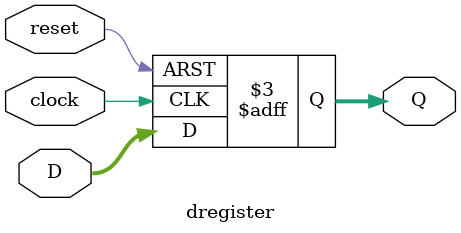
<source format=v>
module dregister (D, clock, reset, Q);
	input [2:0] D;
	input clock, reset;
	output reg [2:0] Q;
	
	always @(posedge clock, negedge reset)
	if (reset == 0)
		Q = 3'b000;
   else
		Q = D;
endmodule
</source>
